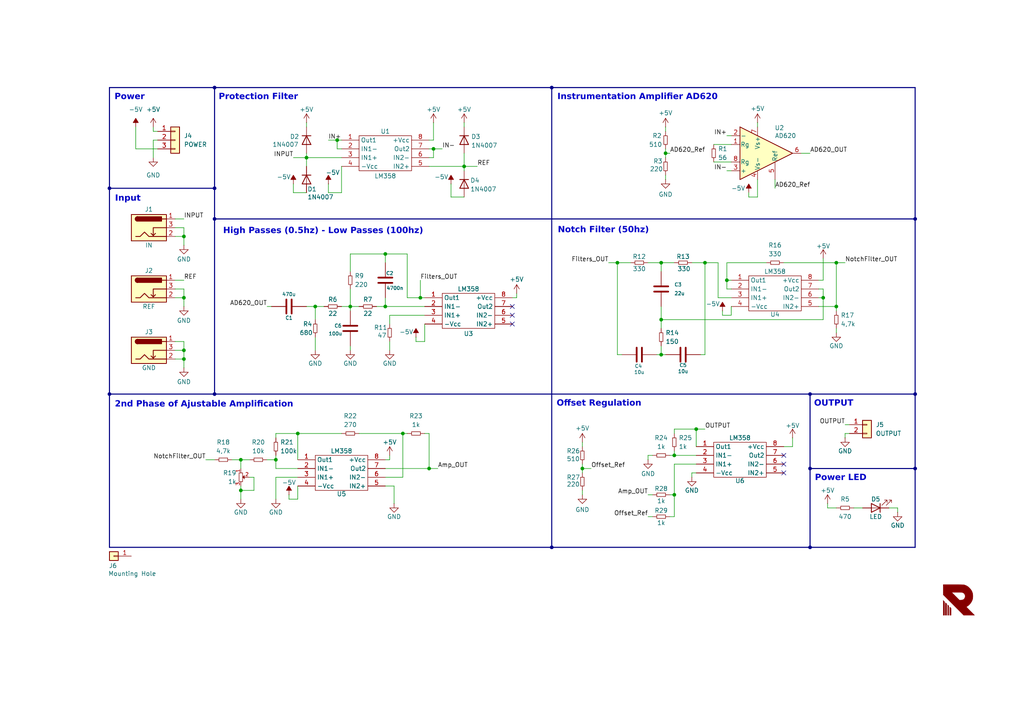
<source format=kicad_sch>
(kicad_sch (version 20231120) (generator "eeschema") (generator_version "8.0")
  (paper "A4")
  (title_block (title "Amplificador Electroencefalograma") (date "07-06-2025") (rev "v3.0") (company "E.E.S.T. N°5 \"2 de Abril\" Temperley") (comment 1 "Autor: Iván Romano") (comment 2 "Curso: 7mo 6ta") (comment 3 "Grupo: 2"))
  (lib_symbols
    (symbol "Amplifier_Instrumentation:AD620" (pin_names (offset 0.127))
      (property "Reference" "U" (at 3.81 7.62 0))
      (property "Value" "AD620" (at 5.08 5.08 0))
      (symbol "AD620_0_1"
        (polyline (pts (xy -7.62 7.62) (xy -7.62 -7.62) (xy 7.62 0) (xy -7.62 7.62)) (stroke (width 0.254)) (fill (type background)))
      )
      (symbol "AD620_1_1"
        (pin passive line (at -10.16 2.54 0) (length 2.54) (name "Rg") (number "1"))
        (pin input line (at -10.16 5.08 0) (length 2.54) (name "-") (number "2"))
        (pin input line (at -10.16 -5.08 0) (length 2.54) (name "+") (number "3"))
        (pin power_in line (at -2.54 -7.62 90) (length 2.54) (name "Vs-") (number "4"))
        (pin passive line (at 2.54 -7.62 90) (length 5.08) (name "Ref") (number "5"))
        (pin output line (at 10.16 0 180) (length 2.54) (name "~") (number "6"))
        (pin power_in line (at -2.54 7.62 270) (length 2.54) (name "Vs+") (number "7"))
        (pin passive line (at -10.16 -2.54 0) (length 2.54) (name "Rg") (number "8"))
      )
    )
    (symbol "Connector:Barrel_Jack_Switch" (pin_names hide)
      (property "Reference" "J" (at 0 5.334 0))
      (property "Value" "Barrel_Jack_Switch" (at 0 -5.08 0))
      (symbol "Barrel_Jack_Switch_0_1"
        (rectangle (start -5.08 3.81) (end 5.08 -3.81) (stroke (width 0.254)) (fill (type background)))
        (arc (start -3.302 3.175) (mid -3.9343 2.54) (end -3.302 1.905) (stroke (width 0.254)))
        (arc (start -3.302 3.175) (mid -3.9343 2.54) (end -3.302 1.905) (stroke (width 0.254)) (fill (type outline)))
        (polyline (pts (xy 1.27 -2.286) (xy 1.905 -1.651)) (stroke (width 0.254)))
        (polyline (pts (xy 5.08 2.54) (xy 3.81 2.54)) (stroke (width 0.254)))
        (polyline (pts (xy 5.08 0) (xy 1.27 0) (xy 1.27 -2.286) (xy 0.635 -1.651)) (stroke (width 0.254)))
        (polyline (pts (xy -3.81 -2.54) (xy -2.54 -2.54) (xy -1.27 -1.27) (xy 0 -2.54) (xy 2.54 -2.54) (xy 5.08 -2.54)) (stroke (width 0.254)))
        (rectangle (start 3.683 3.175) (end -3.302 1.905) (stroke (width 0.254)) (fill (type outline)))
      )
      (symbol "Barrel_Jack_Switch_1_1"
        (pin passive line (at 7.62 2.54 180) (length 2.54) (name "~") (number "1"))
        (pin passive line (at 7.62 -2.54 180) (length 2.54) (name "~") (number "2"))
        (pin passive line (at 7.62 0 180) (length 2.54) (name "~") (number "3"))
      )
    )
    (symbol "Connector_Generic:Conn_01x01" (pin_names (offset 1.016) hide)
      (property "Reference" "J" (at 0 2.54 0))
      (property "Value" "Conn_01x01" (at 0 -2.54 0))
      (symbol "Conn_01x01_1_1"
        (rectangle (start -1.27 0.127) (end 0 -0.127) (stroke (width 0.1524)))
        (rectangle (start -1.27 1.27) (end 1.27 -1.27) (stroke (width 0.254)) (fill (type background)))
        (pin passive line (at -5.08 0 0) (length 3.81) (name "Pin_1") (number "1"))
      )
    )
    (symbol "Connector_Generic:Conn_01x02" (pin_names (offset 1.016) hide)
      (property "Reference" "J" (at 0 2.54 0))
      (property "Value" "Conn_01x02" (at 0 -5.08 0))
      (symbol "Conn_01x02_1_1"
        (rectangle (start -1.27 -2.413) (end 0 -2.667) (stroke (width 0.1524)))
        (rectangle (start -1.27 0.127) (end 0 -0.127) (stroke (width 0.1524)))
        (rectangle (start -1.27 1.27) (end 1.27 -3.81) (stroke (width 0.254)) (fill (type background)))
        (pin passive line (at -5.08 0 0) (length 3.81) (name "Pin_1") (number "1"))
        (pin passive line (at -5.08 -2.54 0) (length 3.81) (name "Pin_2") (number "2"))
      )
    )
    (symbol "Connector_Generic:Conn_01x03" (pin_names (offset 1.016) hide)
      (property "Reference" "J" (at 0 5.08 0))
      (property "Value" "Conn_01x03" (at 0 -5.08 0))
      (symbol "Conn_01x03_1_1"
        (rectangle (start -1.27 -2.413) (end 0 -2.667) (stroke (width 0.1524)))
        (rectangle (start -1.27 0.127) (end 0 -0.127) (stroke (width 0.1524)))
        (rectangle (start -1.27 2.667) (end 0 2.413) (stroke (width 0.1524)))
        (rectangle (start -1.27 3.81) (end 1.27 -3.81) (stroke (width 0.254)) (fill (type background)))
        (pin passive line (at -5.08 2.54 0) (length 3.81) (name "Pin_1") (number "1"))
        (pin passive line (at -5.08 0 0) (length 3.81) (name "Pin_2") (number "2"))
        (pin passive line (at -5.08 -2.54 0) (length 3.81) (name "Pin_3") (number "3"))
      )
    )
    (symbol "Device:D" (pin_numbers hide) (pin_names (offset 1.016) hide)
      (property "Reference" "D" (at 0 2.54 0))
      (property "Value" "D" (at 0 -2.54 0))
      (symbol "D_0_1"
        (polyline (pts (xy -1.27 1.27) (xy -1.27 -1.27)) (stroke (width 0.254)))
        (polyline (pts (xy 1.27 0) (xy -1.27 0)))
        (polyline (pts (xy 1.27 1.27) (xy 1.27 -1.27) (xy -1.27 0) (xy 1.27 1.27)) (stroke (width 0.254)))
      )
      (symbol "D_1_1"
        (pin passive line (at -3.81 0 0) (length 2.54) (name "K") (number "1"))
        (pin passive line (at 3.81 0 180) (length 2.54) (name "A") (number "2"))
      )
    )
    (symbol "Device:LED" (pin_numbers hide) (pin_names (offset 1.016) hide)
      (property "Reference" "D" (at 0 2.54 0))
      (property "Value" "LED" (at 0 -2.54 0))
      (symbol "LED_0_1"
        (polyline (pts (xy -1.27 -1.27) (xy -1.27 1.27)) (stroke (width 0.254)))
        (polyline (pts (xy -1.27 0) (xy 1.27 0)))
        (polyline (pts (xy 1.27 -1.27) (xy 1.27 1.27) (xy -1.27 0) (xy 1.27 -1.27)) (stroke (width 0.254)))
        (polyline (pts (xy -3.048 -0.762) (xy -4.572 -2.286) (xy -3.81 -2.286) (xy -4.572 -2.286) (xy -4.572 -1.524)))
        (polyline (pts (xy -1.778 -0.762) (xy -3.302 -2.286) (xy -2.54 -2.286) (xy -3.302 -2.286) (xy -3.302 -1.524)))
      )
      (symbol "LED_1_1"
        (pin passive line (at -3.81 0 0) (length 2.54) (name "K") (number "1"))
        (pin passive line (at 3.81 0 180) (length 2.54) (name "A") (number "2"))
      )
    )
    (symbol "EESTN5:C" (pin_numbers hide) (pin_names (offset 0.254))
      (property "Reference" "C" (at 0 2.54 0))
      (property "Value" "C" (at 0.1524 -2.159 0))
      (symbol "C_0_1"
        (polyline (pts (xy -2.032 -0.762) (xy 2.032 -0.762)) (stroke (width 0.508)))
        (polyline (pts (xy -2.032 0.762) (xy 2.032 0.762)) (stroke (width 0.508)))
      )
      (symbol "C_1_1"
        (pin passive line (at 0 5.08 270) (length 4.318) (name "~") (number "1"))
        (pin passive line (at 0 -5.08 90) (length 4.318) (name "~") (number "2"))
      )
    )
    (symbol "EESTN5:POT" (pin_names (offset 1.016) hide)
      (property "Reference" "R" (at 0 -1.27 0))
      (property "Value" "POT" (at 0 -3.81 0))
      (symbol "POT_0_0"
        (rectangle (start -1.27 0.508) (end 1.27 -0.508))
      )
      (symbol "POT_0_1"
        (polyline (pts (xy 0 0.508) (xy -0.508 1.016) (xy 0.508 1.016)) (fill (type outline)))
      )
      (symbol "POT_1_1"
        (pin passive line (at -2.54 0 0) (length 1.27) (name "1") (number "1"))
        (pin passive line (at 0 2.54 270) (length 1.524) (name "2") (number "2"))
        (pin passive line (at 2.54 0 180) (length 1.27) (name "3") (number "3"))
      )
    )
    (symbol "EESTN5:R" (pin_numbers hide) (pin_names (offset 0))
      (property "Reference" "R" (at -1.27 0 90))
      (property "Value" "R" (at 1.27 0 90))
      (symbol "R_0_1"
        (rectangle (start 0.508 1.27) (end -0.508 -1.27))
      )
      (symbol "R_1_1"
        (pin passive line (at 0 2.54 270) (length 1.27) (name "~") (number "1"))
        (pin passive line (at 0 -2.54 90) (length 1.27) (name "~") (number "2"))
      )
    )
    (symbol "Logo_Romano:LM385"
      (property "Reference" "U" (at 0 6.35 0))
      (symbol "LM385_0_1"
        (rectangle (start -7.62 5.08) (end 7.62 -5.08))
      )
      (symbol "LM385_1_1"
        (pin passive line (at -12.7 3.81 0) (length 5.08) (name "Out1") (number "1"))
        (pin passive line (at -12.7 1.27 0) (length 5.08) (name "IN1-") (number "2"))
        (pin passive line (at -12.7 -1.27 0) (length 5.08) (name "IN1+") (number "3"))
        (pin passive line (at -12.7 -3.81 0) (length 5.08) (name "-Vcc") (number "4"))
        (pin passive line (at 12.7 -3.81 180) (length 5.08) (name "IN2+") (number "5"))
        (pin passive line (at 12.7 -1.27 180) (length 5.08) (name "IN2-") (number "6"))
        (pin passive line (at 12.7 1.27 180) (length 5.08) (name "Out2") (number "7"))
        (pin passive line (at 12.7 3.81 180) (length 5.08) (name "+Vcc") (number "8"))
      )
    )
    (symbol "Logo_Romano:LOGO" (pin_names (offset 1.016))
      (symbol "LOGO_0_0"
        (polyline (pts (xy -4.1685 -2.5003) (xy -4.1685 -0.5542) (xy -4.3615 -0.3466) (xy -4.5545 -0.139) (xy -4.556 -2.2927) (xy -4.5575 -4.4464) (xy -4.363 -4.4464) (xy -4.1685 -4.4464) (xy -4.1685 -2.5003)) (stroke (width 0.01)) (fill (type outline)))
        (polyline (pts (xy -2.9457 -3.0951) (xy -2.9457 -1.7438) (xy -3.1125 -1.5841) (xy -3.2792 -1.4243) (xy -3.2792 -2.9354) (xy -3.2792 -4.4464) (xy -3.1125 -4.4464) (xy -2.9457 -4.4464) (xy -2.9457 -3.0951)) (stroke (width 0.01)) (fill (type outline)))
        (polyline (pts (xy -2.2788 -3.4351) (xy -2.2788 -2.4238) (xy -2.4281 -2.2679) (xy -2.4559 -2.2397) (xy -2.5585 -2.1487) (xy -2.6226 -2.1121) (xy -2.6271 -2.1178) (xy -2.6401 -2.2033) (xy -2.6513 -2.3784) (xy -2.6601 -2.6269) (xy -2.6658 -2.9326) (xy -2.6678 -3.2792) (xy -2.6678 -4.4464) (xy -2.4733 -4.4464) (xy -2.2788 -4.4464) (xy -2.2788 -3.4351)) (stroke (width 0.01)) (fill (type outline)))
        (polyline (pts (xy -3.5571 -2.7894) (xy -3.5571 -1.1324) (xy -3.713 -0.9831) (xy -3.7423 -0.9556) (xy -3.8462 -0.8688) (xy -3.9075 -0.8337) (xy -3.9134 -0.8548) (xy -3.9222 -0.971) (xy -3.9301 -1.1771) (xy -3.9367 -1.4601) (xy -3.9418 -1.807) (xy -3.945 -2.2046) (xy -3.9462 -2.6401) (xy -3.9462 -4.4464) (xy -3.7516 -4.4464) (xy -3.5571 -4.4464) (xy -3.5571 -2.7894)) (stroke (width 0.01)) (fill (type outline)))
        (polyline (pts (xy 3.3482 -3.2649) (xy 3.2393 -3.1557) (xy 2.952 -2.8664) (xy 2.6953 -2.6059) (xy 2.4789 -2.384) (xy 2.3124 -2.2108) (xy 2.2054 -2.0962) (xy 2.1676 -2.05) (xy 2.1677 -2.0493) (xy 2.2143 -2.0041) (xy 2.3311 -1.9203) (xy 2.4936 -1.8155) (xy 2.8231 -1.5742) (xy 3.2013 -1.1988) (xy 3.5323 -0.7604) (xy 3.7969 -0.2856) (xy 3.9758 0.1996) (xy 4.027 0.4687) (xy 4.0577 0.8372) (xy 4.0593 1.2303) (xy 4.0317 1.6044) (xy 3.975 1.9156) (xy 3.8444 2.3152) (xy 3.6547 2.7049) (xy 3.3987 3.0721) (xy 3.0577 3.4483) (xy 2.9277 3.576) (xy 2.6714 3.8053) (xy 2.4407 3.9739) (xy 2.2087 4.1022) (xy 2.2002 4.1062) (xy 2.0464 4.1787) (xy 1.9068 4.2401) (xy 1.771 4.2913) (xy 1.6284 4.3333) (xy 1.4687 4.3669) (xy 1.2815 4.3931) (xy 1.0562 4.4128) (xy 0.7825 4.4269) (xy 0.4498 4.4364) (xy 0.0478 4.4421) (xy -0.4341 4.4451) (xy -1.0062 4.4462) (xy -1.6791 4.4464) (xy -4.5575 4.4464) (xy -4.5573 2.9596) (xy -4.5572 2.1676) (xy -2.0832 2.1676) (xy -0.5501 2.1676) (xy -0.1507 2.1674) (xy 0.2179 2.1661) (xy 0.5019 2.1626) (xy 0.7156 2.1559) (xy 0.8733 2.145) (xy 0.9891 2.1288) (xy 1.0773 2.1063) (xy 1.1522 2.0764) (xy 1.2279 2.0382) (xy 1.2801 2.0088) (xy 1.5288 1.8016) (xy 1.6978 1.5397) (xy 1.7863 1.2437) (xy 1.7931 0.9339) (xy 1.7175 0.6307) (xy 1.5585 0.3545) (xy 1.3151 0.1258) (xy 1.2908 0.1092) (xy 1.1667 0.0369) (xy 1.0362 -0.0072) (xy 0.8643 -0.0317) (xy 0.6163 -0.0452) (xy 0.139 -0.0626) (xy -0.9721 1.0525) (xy -2.0832 2.1676) (xy -4.5572 2.1676) (xy -4.5571 1.4728) (xy -1.5995 -1.4868) (xy 1.358 -4.4464) (xy 2.9434 -4.4464) (xy 4.5288 -4.4464) (xy 3.3482 -3.2649)) (stroke (width 0.01)) (fill (type outline)))
      )
    )
    (symbol "power:+5V" (power) (pin_numbers hide) (pin_names (offset 0) hide)
      (property "Value" "+5V" (at 0 3.556 0))
      (symbol "+5V_0_1"
        (polyline (pts (xy -0.762 1.27) (xy 0 2.54)))
        (polyline (pts (xy 0 0) (xy 0 2.54)))
        (polyline (pts (xy 0 2.54) (xy 0.762 1.27)))
      )
      (symbol "+5V_1_1"
        (pin power_in line (at 0 0 90) (length 0) (name "~") (number "1"))
      )
    )
    (symbol "power:-5V" (power) (pin_numbers hide) (pin_names (offset 0) hide)
      (property "Value" "-5V" (at 0 3.556 0))
      (symbol "-5V_0_0"
        (pin power_in line (at 0 0 90) (length 0) (name "~") (number "1"))
      )
      (symbol "-5V_0_1"
        (polyline (pts (xy 0 0) (xy 0 1.27) (xy 0.762 1.27) (xy 0 2.54) (xy -0.762 1.27) (xy 0 1.27)) (fill (type outline)))
      )
    )
    (symbol "power:GND" (power) (pin_numbers hide) (pin_names (offset 0) hide)
      (property "Value" "GND" (at 0 -3.81 0))
      (symbol "GND_0_1"
        (polyline (pts (xy 0 0) (xy 0 -1.27) (xy 1.27 -1.27) (xy 0 -2.54) (xy -1.27 -1.27) (xy 0 -1.27)))
      )
      (symbol "GND_1_1"
        (pin power_in line (at 0 0 270) (length 0) (name "~") (number "1"))
      )
    )
  )
  (junction (at 111.76 88.9))
  (junction (at 53.34 86.36))
  (junction (at 116.84 125.73))
  (junction (at 62.23 25.4))
  (junction (at 204.47 76.2))
  (junction (at 238.76 86.36))
  (junction (at 53.34 101.6))
  (junction (at 97.79 40.64))
  (junction (at 160.02 158.75))
  (junction (at 124.46 135.89))
  (junction (at 195.58 143.51))
  (junction (at 160.02 25.4))
  (junction (at 191.77 92.71))
  (junction (at 91.44 88.9))
  (junction (at 191.77 102.87))
  (junction (at 53.34 68.58))
  (junction (at 195.58 132.08))
  (junction (at 69.85 142.24))
  (junction (at 53.34 104.14))
  (junction (at 234.95 135.89))
  (junction (at 80.01 133.35))
  (junction (at 191.77 76.2))
  (junction (at 31.75 114.3))
  (junction (at 31.75 54.61))
  (junction (at 193.04 44.45))
  (junction (at 86.36 125.73))
  (junction (at 265.43 135.89))
  (junction (at 168.91 135.89))
  (junction (at 134.62 48.26))
  (junction (at 242.57 76.2))
  (junction (at 121.92 86.36))
  (junction (at 265.43 63.5))
  (junction (at 210.82 81.28))
  (junction (at 234.95 158.75))
  (junction (at 88.9 45.72))
  (junction (at 111.76 73.66))
  (junction (at 265.43 114.3))
  (junction (at 62.23 63.5))
  (junction (at 234.95 114.3))
  (junction (at 69.85 133.35))
  (junction (at 179.07 76.2))
  (junction (at 101.6 88.9))
  (junction (at 242.57 88.9))
  (junction (at 62.23 54.61))
  (junction (at 201.93 124.46))
  (junction (at 125.73 43.18))
  (junction (at 62.23 114.3))
  (no_connect (at 227.33 132.08))
  (no_connect (at 148.59 88.9))
  (no_connect (at 227.33 137.16))
  (no_connect (at 148.59 93.98))
  (no_connect (at 227.33 134.62))
  (no_connect (at 148.59 91.44))
  (wire (pts (xy 101.6 83.82) (xy 101.6 88.9)))
  (wire (pts (xy 80.01 127) (xy 80.01 125.73)))
  (wire (pts (xy 116.84 125.73) (xy 118.11 125.73)))
  (wire (pts (xy 114.3 140.97) (xy 111.76 140.97)))
  (wire (pts (xy 69.85 133.35) (xy 72.39 133.35)))
  (wire (pts (xy 101.6 100.33) (xy 101.6 101.6)))
  (wire (pts (xy 120.65 99.06) (xy 123.19 99.06)))
  (wire (pts (xy 124.46 45.72) (xy 125.73 45.72)))
  (wire (pts (xy 53.34 101.6) (xy 53.34 99.06)))
  (wire (pts (xy 176.53 76.2) (xy 179.07 76.2)))
  (wire (pts (xy 80.01 144.78) (xy 80.01 138.43)))
  (wire (pts (xy 53.34 83.82) (xy 50.8 83.82)))
  (wire (pts (xy 114.3 146.05) (xy 114.3 140.97)))
  (wire (pts (xy 53.34 99.06) (xy 50.8 99.06)))
  (wire (pts (xy 124.46 40.64) (xy 125.73 40.64)))
  (wire (pts (xy 50.8 63.5) (xy 53.34 63.5)))
  (wire (pts (xy 245.11 123.19) (xy 246.38 123.19)))
  (wire (pts (xy 85.09 45.72) (xy 88.9 45.72)))
  (wire (pts (xy 191.77 76.2) (xy 195.58 76.2)))
  (wire (pts (xy 180.34 102.87) (xy 179.07 102.87)))
  (wire (pts (xy 95.25 53.34) (xy 95.25 55.88)))
  (bus (pts (xy 31.75 158.75) (xy 160.02 158.75)))
  (wire (pts (xy 80.01 138.43) (xy 86.36 138.43)))
  (wire (pts (xy 210.82 81.28) (xy 210.82 76.2)))
  (wire (pts (xy 179.07 76.2) (xy 179.07 102.87)))
  (bus (pts (xy 62.23 25.4) (xy 62.23 54.61)))
  (wire (pts (xy 59.69 133.35) (xy 62.23 133.35)))
  (wire (pts (xy 193.04 36.83) (xy 193.04 38.1)))
  (wire (pts (xy 101.6 73.66) (xy 101.6 78.74)))
  (bus (pts (xy 265.43 158.75) (xy 265.43 135.89)))
  (wire (pts (xy 238.76 74.93) (xy 238.76 81.28)))
  (bus (pts (xy 31.75 114.3) (xy 31.75 158.75)))
  (wire (pts (xy 247.65 147.32) (xy 250.19 147.32)))
  (wire (pts (xy 125.73 45.72) (xy 125.73 43.18)))
  (wire (pts (xy 99.06 88.9) (xy 101.6 88.9)))
  (bus (pts (xy 160.02 25.4) (xy 265.43 25.4)))
  (bus (pts (xy 31.75 54.61) (xy 62.23 54.61)))
  (bus (pts (xy 62.23 63.5) (xy 62.23 114.3)))
  (wire (pts (xy 168.91 128.27) (xy 168.91 129.54)))
  (bus (pts (xy 31.75 25.4) (xy 62.23 25.4)))
  (wire (pts (xy 187.96 76.2) (xy 191.77 76.2)))
  (wire (pts (xy 80.01 132.08) (xy 80.01 133.35)))
  (wire (pts (xy 245.11 127) (xy 245.11 125.73)))
  (wire (pts (xy 77.47 133.35) (xy 80.01 133.35)))
  (bus (pts (xy 265.43 135.89) (xy 265.43 114.3)))
  (wire (pts (xy 168.91 142.24) (xy 168.91 143.51)))
  (wire (pts (xy 86.36 125.73) (xy 99.06 125.73)))
  (wire (pts (xy 125.73 40.64) (xy 125.73 35.56)))
  (wire (pts (xy 191.77 88.9) (xy 191.77 92.71)))
  (wire (pts (xy 50.8 104.14) (xy 53.34 104.14)))
  (bus (pts (xy 265.43 63.5) (xy 265.43 25.4)))
  (wire (pts (xy 67.31 133.35) (xy 69.85 133.35)))
  (wire (pts (xy 118.11 86.36) (xy 121.92 86.36)))
  (wire (pts (xy 210.82 83.82) (xy 210.82 81.28)))
  (wire (pts (xy 232.41 44.45) (xy 234.95 44.45)))
  (wire (pts (xy 189.23 132.08) (xy 187.96 132.08)))
  (wire (pts (xy 229.87 129.54) (xy 227.33 129.54)))
  (wire (pts (xy 111.76 73.66) (xy 118.11 73.66)))
  (wire (pts (xy 44.45 36.83) (xy 44.45 38.1)))
  (wire (pts (xy 210.82 76.2) (xy 222.25 76.2)))
  (wire (pts (xy 124.46 135.89) (xy 127 135.89)))
  (wire (pts (xy 210.82 39.37) (xy 212.09 39.37)))
  (wire (pts (xy 123.19 125.73) (xy 124.46 125.73)))
  (wire (pts (xy 242.57 88.9) (xy 242.57 90.17)))
  (wire (pts (xy 210.82 81.28) (xy 212.09 81.28)))
  (wire (pts (xy 134.62 44.45) (xy 134.62 48.26)))
  (wire (pts (xy 124.46 125.73) (xy 124.46 135.89)))
  (wire (pts (xy 50.8 101.6) (xy 53.34 101.6)))
  (wire (pts (xy 91.44 88.9) (xy 91.44 92.71)))
  (wire (pts (xy 44.45 40.64) (xy 45.72 40.64)))
  (wire (pts (xy 201.93 124.46) (xy 201.93 129.54)))
  (wire (pts (xy 121.92 86.36) (xy 123.19 86.36)))
  (wire (pts (xy 101.6 73.66) (xy 111.76 73.66)))
  (wire (pts (xy 134.62 48.26) (xy 138.43 48.26)))
  (wire (pts (xy 130.81 57.15) (xy 134.62 57.15)))
  (wire (pts (xy 80.01 133.35) (xy 80.01 135.89)))
  (wire (pts (xy 86.36 144.78) (xy 86.36 140.97)))
  (wire (pts (xy 237.49 86.36) (xy 238.76 86.36)))
  (wire (pts (xy 149.86 86.36) (xy 148.59 86.36)))
  (wire (pts (xy 53.34 106.68) (xy 53.34 104.14)))
  (wire (pts (xy 53.34 104.14) (xy 53.34 101.6)))
  (wire (pts (xy 130.81 53.34) (xy 130.81 57.15)))
  (wire (pts (xy 95.25 40.64) (xy 97.79 40.64)))
  (wire (pts (xy 194.31 132.08) (xy 195.58 132.08)))
  (wire (pts (xy 53.34 66.04) (xy 50.8 66.04)))
  (wire (pts (xy 53.34 88.9) (xy 53.34 86.36)))
  (wire (pts (xy 242.57 95.25) (xy 242.57 96.52)))
  (wire (pts (xy 195.58 125.73) (xy 195.58 124.46)))
  (wire (pts (xy 88.9 44.45) (xy 88.9 45.72)))
  (wire (pts (xy 190.5 102.87) (xy 191.77 102.87)))
  (bus (pts (xy 62.23 54.61) (xy 62.23 63.5)))
  (wire (pts (xy 91.44 88.9) (xy 93.98 88.9)))
  (wire (pts (xy 200.66 76.2) (xy 204.47 76.2)))
  (wire (pts (xy 193.04 50.8) (xy 193.04 52.07)))
  (wire (pts (xy 111.76 86.36) (xy 111.76 88.9)))
  (wire (pts (xy 242.57 76.2) (xy 242.57 88.9)))
  (wire (pts (xy 217.17 55.88) (xy 217.17 57.15)))
  (wire (pts (xy 116.84 125.73) (xy 116.84 138.43)))
  (wire (pts (xy 240.03 147.32) (xy 242.57 147.32)))
  (wire (pts (xy 39.37 36.83) (xy 39.37 43.18)))
  (bus (pts (xy 160.02 25.4) (xy 160.02 158.75)))
  (wire (pts (xy 97.79 43.18) (xy 97.79 40.64)))
  (bus (pts (xy 160.02 158.75) (xy 234.95 158.75)))
  (wire (pts (xy 111.76 73.66) (xy 111.76 76.2)))
  (wire (pts (xy 212.09 83.82) (xy 210.82 83.82)))
  (wire (pts (xy 88.9 88.9) (xy 91.44 88.9)))
  (wire (pts (xy 83.82 144.78) (xy 86.36 144.78)))
  (wire (pts (xy 123.19 99.06) (xy 123.19 93.98)))
  (bus (pts (xy 234.95 135.89) (xy 234.95 158.75)))
  (wire (pts (xy 191.77 100.33) (xy 191.77 102.87)))
  (wire (pts (xy 187.96 143.51) (xy 189.23 143.51)))
  (wire (pts (xy 194.31 143.51) (xy 195.58 143.51)))
  (wire (pts (xy 104.14 88.9) (xy 101.6 88.9)))
  (wire (pts (xy 191.77 92.71) (xy 238.76 92.71)))
  (wire (pts (xy 50.8 86.36) (xy 53.34 86.36)))
  (wire (pts (xy 260.35 147.32) (xy 260.35 148.59)))
  (wire (pts (xy 201.93 124.46) (xy 204.47 124.46)))
  (wire (pts (xy 149.86 85.09) (xy 149.86 86.36)))
  (wire (pts (xy 85.09 55.88) (xy 88.9 55.88)))
  (wire (pts (xy 80.01 135.89) (xy 86.36 135.89)))
  (bus (pts (xy 234.95 114.3) (xy 265.43 114.3)))
  (wire (pts (xy 77.47 88.9) (xy 78.74 88.9)))
  (wire (pts (xy 124.46 135.89) (xy 111.76 135.89)))
  (wire (pts (xy 195.58 134.62) (xy 201.93 134.62)))
  (wire (pts (xy 113.03 133.35) (xy 111.76 133.35)))
  (wire (pts (xy 224.79 52.07) (xy 224.79 54.61)))
  (wire (pts (xy 195.58 143.51) (xy 195.58 134.62)))
  (wire (pts (xy 50.8 68.58) (xy 53.34 68.58)))
  (wire (pts (xy 237.49 88.9) (xy 242.57 88.9)))
  (bus (pts (xy 234.95 135.89) (xy 265.43 135.89)))
  (wire (pts (xy 109.22 88.9) (xy 111.76 88.9)))
  (bus (pts (xy 62.23 25.4) (xy 160.02 25.4)))
  (wire (pts (xy 95.25 55.88) (xy 99.06 55.88)))
  (bus (pts (xy 234.95 114.3) (xy 234.95 135.89)))
  (bus (pts (xy 234.95 158.75) (xy 265.43 158.75)))
  (bus (pts (xy 31.75 25.4) (xy 31.75 54.61)))
  (bus (pts (xy 62.23 114.3) (xy 234.95 114.3)))
  (wire (pts (xy 245.11 125.73) (xy 246.38 125.73)))
  (wire (pts (xy 73.66 142.24) (xy 69.85 142.24)))
  (wire (pts (xy 39.37 43.18) (xy 45.72 43.18)))
  (wire (pts (xy 113.03 91.44) (xy 123.19 91.44)))
  (wire (pts (xy 50.8 81.28) (xy 53.34 81.28)))
  (wire (pts (xy 191.77 102.87) (xy 193.04 102.87)))
  (wire (pts (xy 168.91 134.62) (xy 168.91 135.89)))
  (wire (pts (xy 99.06 43.18) (xy 97.79 43.18)))
  (wire (pts (xy 193.04 44.45) (xy 193.04 45.72)))
  (wire (pts (xy 240.03 146.05) (xy 240.03 147.32)))
  (wire (pts (xy 73.66 138.43) (xy 73.66 142.24)))
  (wire (pts (xy 204.47 76.2) (xy 204.47 102.87)))
  (wire (pts (xy 124.46 48.26) (xy 134.62 48.26)))
  (wire (pts (xy 212.09 91.44) (xy 212.09 88.9)))
  (wire (pts (xy 209.55 91.44) (xy 212.09 91.44)))
  (wire (pts (xy 88.9 45.72) (xy 88.9 48.26)))
  (bus (pts (xy 31.75 54.61) (xy 31.75 114.3)))
  (wire (pts (xy 219.71 57.15) (xy 219.71 52.07)))
  (bus (pts (xy 265.43 114.3) (xy 265.43 63.5)))
  (wire (pts (xy 44.45 45.72) (xy 44.45 40.64)))
  (wire (pts (xy 120.65 97.79) (xy 120.65 99.06)))
  (wire (pts (xy 237.49 83.82) (xy 238.76 83.82)))
  (wire (pts (xy 124.46 43.18) (xy 125.73 43.18)))
  (wire (pts (xy 113.03 99.06) (xy 113.03 101.6)))
  (wire (pts (xy 101.6 88.9) (xy 101.6 90.17)))
  (wire (pts (xy 191.77 76.2) (xy 191.77 78.74)))
  (wire (pts (xy 191.77 95.25) (xy 191.77 92.71)))
  (wire (pts (xy 69.85 140.97) (xy 69.85 142.24)))
  (wire (pts (xy 193.04 43.18) (xy 193.04 44.45)))
  (wire (pts (xy 104.14 125.73) (xy 116.84 125.73)))
  (wire (pts (xy 194.31 149.86) (xy 195.58 149.86)))
  (wire (pts (xy 210.82 49.53) (xy 212.09 49.53)))
  (wire (pts (xy 168.91 135.89) (xy 168.91 137.16)))
  (wire (pts (xy 217.17 57.15) (xy 219.71 57.15)))
  (wire (pts (xy 227.33 76.2) (xy 242.57 76.2)))
  (wire (pts (xy 195.58 132.08) (xy 201.93 132.08)))
  (wire (pts (xy 121.92 81.28) (xy 121.92 86.36)))
  (bus (pts (xy 31.75 114.3) (xy 62.23 114.3)))
  (wire (pts (xy 168.91 135.89) (xy 171.45 135.89)))
  (wire (pts (xy 193.04 44.45) (xy 194.31 44.45)))
  (wire (pts (xy 91.44 97.79) (xy 91.44 101.6)))
  (wire (pts (xy 203.2 102.87) (xy 204.47 102.87)))
  (wire (pts (xy 229.87 127) (xy 229.87 129.54)))
  (wire (pts (xy 187.96 149.86) (xy 189.23 149.86)))
  (wire (pts (xy 111.76 88.9) (xy 123.19 88.9)))
  (wire (pts (xy 238.76 92.71) (xy 238.76 86.36)))
  (wire (pts (xy 195.58 130.81) (xy 195.58 132.08)))
  (wire (pts (xy 86.36 125.73) (xy 86.36 133.35)))
  (wire (pts (xy 113.03 93.98) (xy 113.03 91.44)))
  (wire (pts (xy 118.11 73.66) (xy 118.11 86.36)))
  (wire (pts (xy 187.96 132.08) (xy 187.96 133.35)))
  (wire (pts (xy 88.9 45.72) (xy 99.06 45.72)))
  (wire (pts (xy 195.58 143.51) (xy 195.58 149.86)))
  (wire (pts (xy 257.81 147.32) (xy 260.35 147.32)))
  (wire (pts (xy 83.82 143.51) (xy 83.82 144.78)))
  (wire (pts (xy 219.71 35.56) (xy 219.71 36.83)))
  (wire (pts (xy 179.07 76.2) (xy 182.88 76.2)))
  (wire (pts (xy 99.06 55.88) (xy 99.06 48.26)))
  (wire (pts (xy 88.9 35.56) (xy 88.9 36.83)))
  (wire (pts (xy 207.01 41.91) (xy 212.09 41.91)))
  (wire (pts (xy 209.55 90.17) (xy 209.55 91.44)))
  (wire (pts (xy 195.58 124.46) (xy 201.93 124.46)))
  (wire (pts (xy 80.01 125.73) (xy 86.36 125.73)))
  (wire (pts (xy 53.34 71.12) (xy 53.34 68.58)))
  (wire (pts (xy 208.28 86.36) (xy 212.09 86.36)))
  (wire (pts (xy 113.03 132.08) (xy 113.03 133.35)))
  (wire (pts (xy 53.34 68.58) (xy 53.34 66.04)))
  (wire (pts (xy 134.62 48.26) (xy 134.62 49.53)))
  (wire (pts (xy 85.09 53.34) (xy 85.09 55.88)))
  (wire (pts (xy 204.47 76.2) (xy 208.28 76.2)))
  (wire (pts (xy 207.01 46.99) (xy 212.09 46.99)))
  (wire (pts (xy 208.28 76.2) (xy 208.28 86.36)))
  (wire (pts (xy 238.76 81.28) (xy 237.49 81.28)))
  (wire (pts (xy 69.85 142.24) (xy 69.85 144.78)))
  (wire (pts (xy 242.57 76.2) (xy 245.11 76.2)))
  (wire (pts (xy 200.66 137.16) (xy 201.93 137.16)))
  (wire (pts (xy 69.85 133.35) (xy 69.85 135.89)))
  (wire (pts (xy 238.76 86.36) (xy 238.76 83.82)))
  (wire (pts (xy 116.84 138.43) (xy 111.76 138.43)))
  (wire (pts (xy 200.66 138.43) (xy 200.66 137.16)))
  (wire (pts (xy 134.62 35.56) (xy 134.62 36.83)))
  (bus (pts (xy 62.23 63.5) (xy 265.43 63.5)))
  (wire (pts (xy 125.73 43.18) (xy 128.27 43.18)))
  (wire (pts (xy 44.45 38.1) (xy 45.72 38.1)))
  (wire (pts (xy 72.39 138.43) (xy 73.66 138.43)))
  (wire (pts (xy 97.79 40.64) (xy 99.06 40.64)))
  (wire (pts (xy 53.34 86.36) (xy 53.34 83.82)))
  (text "Offset Regulation" (at 173.736 117.602 0) (effects (font (size 1.778 1.778) (thickness 0.254) (bold yes))))
  (text "OUTPUT" (at 241.808 117.602 0) (effects (font (size 1.778 1.778) (thickness 0.254) (bold yes))))
  (text "2nd Phase of Ajustable Amplification" (at 59.182 117.856 0) (effects (font (size 1.778 1.778) (thickness 0.254) (bold yes))))
  (text "Power LED" (at 243.84 139.192 0) (effects (font (size 1.778 1.778) (bold yes))))
  (text "High Passes (0.5hz) - Low Passes (100hz)" (at 93.726 67.564 0) (effects (font (size 1.778 1.778) (thickness 0.254) (bold yes))))
  (text "Instrumentation Amplifier AD620\n" (at 184.912 28.702 0) (effects (font (size 1.778 1.778) (thickness 0.254) (bold yes))))
  (text "Protection Filter" (at 74.93 28.702 0) (effects (font (size 1.778 1.778) (bold yes))))
  (text "Power" (at 37.592 28.702 0) (effects (font (size 1.778 1.778) (bold yes))))
  (text "Notch Filter (50hz)" (at 175.006 67.31 0) (effects (font (size 1.778 1.778) (thickness 0.254) (bold yes))))
  (text "Input" (at 37.084 58.166 0) (effects (font (size 1.778 1.778) (bold yes))))
  (label "Filters_OUT" (at 176.53 76.2 180))
  (label "IN+" (at 95.25 40.64 0))
  (label "NotchFilter_OUT" (at 245.11 76.2 0))
  (label "OUTPUT" (at 245.11 123.19 180))
  (label "IN+" (at 210.82 39.37 180))
  (label "NotchFilter_OUT" (at 59.69 133.35 180))
  (label "INPUT" (at 85.09 45.72 180))
  (label "IN-" (at 128.27 43.18 0))
  (label "Filters_OUT" (at 121.92 81.28 0))
  (label "AD620_OUT" (at 77.47 88.9 180))
  (label "Offset_Ref" (at 171.45 135.89 0))
  (label "REF" (at 53.34 81.28 0))
  (label "Offset_Ref" (at 187.96 149.86 180))
  (label "Amp_OUT" (at 127 135.89 0))
  (label "REF" (at 138.43 48.26 0))
  (label "Amp_OUT" (at 187.96 143.51 180))
  (label "IN-" (at 210.82 49.53 180))
  (label "AD620_OUT" (at 234.95 44.45 0))
  (label "INPUT" (at 53.34 63.5 0))
  (label "OUTPUT" (at 204.47 124.46 0))
  (label "AD620_Ref" (at 194.31 44.45 0))
  (label "AD620_Ref" (at 224.79 54.61 0))
  (symbol (lib_id "Device:D") (at 88.9 52.07 270) (unit 1)
    (property "Reference" "D1" (at 89.154 54.864 90) (effects (justify left)))
    (property "Value" "1N4007" (at 89.154 57.15 90) (effects (justify left)))
    (property "Footprint" "EESTN5:DO-41" (effects (hide yes)))
    (property "Description" "Diode" (effects (hide yes)))
    (property "Sim.Device" "D" (effects (hide yes)))
    (property "Sim.Pins" "1=K 2=A" (effects (hide yes)))
  )
  (symbol (lib_id "power:+5V") (at 219.71 35.56 0) (unit 1)
    (property "Reference" "#PWR013" (effects (hide yes)))
    (property "Value" "+5V" (at 219.71 31.496 0))
    (property "Description" "Power symbol creates a global label with name \"+5V\"" (effects (hide yes)))
  )
  (symbol (lib_id "Logo_Romano:LM385") (at 111.76 44.45 0) (unit 1)
    (property "Reference" "U1" (at 111.76 38.1 0))
    (property "Value" "LM358" (at 111.76 51.054 0))
    (property "Footprint" "EESTN5:SSOP-8" (effects (hide yes)))
  )
  (symbol (lib_id "power:+5V") (at 134.62 35.56 0) (unit 1)
    (property "Reference" "#PWR010" (effects (hide yes)))
    (property "Value" "+5V" (at 134.62 31.75 0))
    (property "Description" "Power symbol creates a global label with name \"+5V\"" (effects (hide yes)))
  )
  (symbol (lib_id "EESTN5:R") (at 193.04 40.64 0) (unit 1)
    (property "Reference" "R2" (at 189.23 39.37 0) (effects (justify left)))
    (property "Value" "510" (at 188.214 41.91 0) (effects (justify left)))
    (property "Footprint" "EESTN5:RES0.3" (effects (hide yes)))
    (property "Description" "Resistor" (effects (hide yes)))
  )
  (symbol (lib_id "EESTN5:R") (at 191.77 143.51 90) (unit 1)
    (property "Reference" "R28" (at 191.77 141.732 90))
    (property "Value" "1k" (at 191.77 145.288 90))
    (property "Footprint" "EESTN5:R_0805" (effects (hide yes)))
    (property "Description" "Resistor" (effects (hide yes)))
  )
  (symbol (lib_id "power:-5V") (at 39.37 36.83 0) (unit 1)
    (property "Reference" "#PWR05" (effects (hide yes)))
    (property "Value" "-5V" (at 39.37 31.75 0))
    (property "Description" "Power symbol creates a global label with name \"-5V\"" (effects (hide yes)))
  )
  (symbol (lib_id "power:GND") (at 113.03 101.6 0) (unit 1)
    (property "Reference" "#PWR020" (effects (hide yes)))
    (property "Value" "GND" (at 113.03 105.41 0))
    (property "Description" "Power symbol creates a global label with name \"GND\" , ground" (effects (hide yes)))
  )
  (symbol (lib_id "EESTN5:R") (at 224.79 76.2 90) (unit 1)
    (property "Reference" "R16" (at 224.79 71.12 90))
    (property "Value" "330" (at 224.79 73.66 90))
    (property "Footprint" "EESTN5:R_0805" (effects (hide yes)))
    (property "Description" "Resistor" (effects (hide yes)))
  )
  (symbol (lib_id "Connector_Generic:Conn_01x03") (at 50.8 40.64 0) (unit 1)
    (property "Reference" "J4" (at 53.34 39.3699 0) (effects (justify left)))
    (property "Value" "POWER" (at 53.34 41.9099 0) (effects (justify left)))
    (property "Footprint" "Connector_Molex:Molex_KK-254_AE-6410-03A_1x03_P2.54mm_Vertical" (effects (hide yes)))
    (property "Description" "Generic connector, single row, 01x03, script generated (kicad-library-utils/schlib/autogen/connector/)" (effects (hide yes)))
  )
  (symbol (lib_id "Device:LED") (at 254 147.32 180) (unit 1)
    (property "Reference" "D5" (at 254 144.78 0))
    (property "Value" "LED" (at 254 149.86 0))
    (property "Footprint" "EESTN5:Led_0805" (effects (hide yes)))
    (property "Description" "Light emitting diode" (effects (hide yes)))
  )
  (symbol (lib_id "EESTN5:C") (at 101.6 95.25 0) (unit 1)
    (property "Reference" "C6" (at 98.044 94.488 0) (effects (font (size 1.016 1.016))))
    (property "Value" "100u" (at 97.282 96.774 0) (effects (font (size 1.016 1.016))))
    (property "Footprint" "EESTN5:C_0805" (effects (hide yes)))
  )
  (symbol (lib_id "power:GND") (at 53.34 106.68 0) (unit 1)
    (property "Reference" "#PWR01" (effects (hide yes)))
    (property "Value" "GND" (at 53.34 110.744 0))
    (property "Description" "Power symbol creates a global label with name \"GND\" , ground" (effects (hide yes)))
  )
  (symbol (lib_id "EESTN5:R") (at 113.03 96.52 180) (unit 1)
    (property "Reference" "R11" (at 108.458 94.996 0) (effects (justify right)))
    (property "Value" "47" (at 109.474 97.282 0) (effects (justify right)))
    (property "Footprint" "EESTN5:R_0805" (effects (hide yes)))
    (property "Description" "Resistor" (effects (hide yes)))
  )
  (symbol (lib_id "power:GND") (at 200.66 138.43 0) (unit 1)
    (property "Reference" "#PWR032" (effects (hide yes)))
    (property "Value" "GND" (at 200.66 142.24 0))
    (property "Description" "Power symbol creates a global label with name \"GND\" , ground" (effects (hide yes)))
  )
  (symbol (lib_id "EESTN5:R") (at 191.77 132.08 90) (unit 1)
    (property "Reference" "R24" (at 191.77 127 90))
    (property "Value" "1k" (at 191.77 129.54 90))
    (property "Footprint" "EESTN5:R_0805" (effects (hide yes)))
    (property "Description" "Resistor" (effects (hide yes)))
  )
  (symbol (lib_id "EESTN5:R") (at 96.52 88.9 90) (unit 1)
    (property "Reference" "R6" (at 96.52 86.868 90))
    (property "Value" "22" (at 96.52 90.932 90))
    (property "Footprint" "EESTN5:R_0805" (effects (hide yes)))
    (property "Description" "Resistor" (effects (hide yes)))
  )
  (symbol (lib_id "EESTN5:R") (at 64.77 133.35 90) (unit 1)
    (property "Reference" "R18" (at 64.77 128.27 90))
    (property "Value" "4,7k" (at 64.77 130.81 90))
    (property "Footprint" "EESTN5:R_0805" (effects (hide yes)))
    (property "Description" "Resistor" (effects (hide yes)))
  )
  (symbol (lib_id "EESTN5:R") (at 168.91 139.7 0) (unit 1)
    (property "Reference" "R27" (at 164.338 138.43 0) (effects (justify left)))
    (property "Value" "220" (at 164.338 140.462 0) (effects (justify left)))
    (property "Footprint" "EESTN5:R_0805" (effects (hide yes)))
    (property "Description" "Resistor" (effects (hide yes)))
  )
  (symbol (lib_id "EESTN5:R") (at 191.77 97.79 0) (unit 1)
    (property "Reference" "R14" (at 193.04 96.5199 0) (effects (justify left)))
    (property "Value" "150" (at 193.04 99.0599 0) (effects (justify left)))
    (property "Footprint" "EESTN5:R_0805" (effects (hide yes)))
    (property "Description" "Resistor" (effects (hide yes)))
  )
  (symbol (lib_id "Connector:Barrel_Jack_Switch") (at 43.18 101.6 0) (unit 1)
    (property "Reference" "J3" (at 43.18 96.266 0))
    (property "Value" "GND" (at 43.18 106.68 0))
    (property "Footprint" "Connector_BarrelJack:BarrelJack_Horizontal" (effects (hide yes)))
    (property "Description" "DC Barrel Jack with an internal switch" (effects (hide yes)))
  )
  (symbol (lib_id "Device:D") (at 134.62 40.64 270) (unit 1)
    (property "Reference" "D3" (at 136.652 39.624 90) (effects (justify left)))
    (property "Value" "1N4007" (at 136.652 42.164 90) (effects (justify left)))
    (property "Footprint" "EESTN5:DO-41" (effects (hide yes)))
    (property "Description" "Diode" (effects (hide yes)))
    (property "Sim.Device" "D" (effects (hide yes)))
    (property "Sim.Pins" "1=K 2=A" (effects (hide yes)))
  )
  (symbol (lib_id "EESTN5:R") (at 245.11 147.32 90) (unit 1)
    (property "Reference" "R5" (at 245.11 144.78 90))
    (property "Value" "470" (at 245.11 149.86 90))
    (property "Footprint" "EESTN5:R_0805" (effects (hide yes)))
    (property "Description" "Resistor" (effects (hide yes)))
  )
  (symbol (lib_id "EESTN5:R") (at 193.04 48.26 0) (unit 1)
    (property "Reference" "R3" (at 189.484 46.736 0) (effects (justify left)))
    (property "Value" "220" (at 188.468 49.022 0) (effects (justify left)))
    (property "Footprint" "EESTN5:R_0805" (effects (hide yes)))
    (property "Description" "Resistor" (effects (hide yes)))
  )
  (symbol (lib_id "power:GND") (at 168.91 143.51 0) (unit 1)
    (property "Reference" "#PWR031" (effects (hide yes)))
    (property "Value" "GND" (at 168.91 147.828 0))
    (property "Description" "Power symbol creates a global label with name \"GND\" , ground" (effects (hide yes)))
  )
  (symbol (lib_id "EESTN5:C") (at 198.12 102.87 90) (unit 1)
    (property "Reference" "C5" (at 198.12 105.918 90) (effects (font (size 1.016 1.016))))
    (property "Value" "10u" (at 198.12 107.696 90) (effects (font (size 1.016 1.016))))
    (property "Footprint" "EESTN5:CAP_ELEC_5x11mm" (effects (hide yes)))
  )
  (symbol (lib_id "power:GND") (at 101.6 101.6 0) (unit 1)
    (property "Reference" "#PWR035" (effects (hide yes)))
    (property "Value" "GND" (at 101.6 105.41 0))
    (property "Description" "Power symbol creates a global label with name \"GND\" , ground" (effects (hide yes)))
  )
  (symbol (lib_id "EESTN5:R") (at 191.77 149.86 270) (unit 1)
    (property "Reference" "R29" (at 191.77 148.082 90))
    (property "Value" "1k" (at 191.77 151.638 90))
    (property "Footprint" "EESTN5:R_0805" (effects (hide yes)))
    (property "Description" "Resistor" (effects (hide yes)))
  )
  (symbol (lib_id "Logo_Romano:LOGO") (at 278.13 173.99 0) (unit 1)
    (property "Reference" "#G1" (effects (hide yes)))
    (property "Value" "LOGO" (effects (hide yes)))
  )
  (symbol (lib_id "EESTN5:R") (at 106.68 88.9 90) (unit 1)
    (property "Reference" "R7" (at 106.68 86.868 90))
    (property "Value" "22" (at 106.68 90.932 90))
    (property "Footprint" "EESTN5:R_0805" (effects (hide yes)))
    (property "Description" "Resistor" (effects (hide yes)))
  )
  (symbol (lib_id "power:+5V") (at 149.86 85.09 0) (unit 1)
    (property "Reference" "#PWR018" (effects (hide yes)))
    (property "Value" "+5V" (at 149.86 81.026 0))
    (property "Description" "Power symbol creates a global label with name \"+5V\"" (effects (hide yes)))
  )
  (symbol (lib_id "power:GND") (at 114.3 146.05 0) (unit 1)
    (property "Reference" "#PWR026" (effects (hide yes)))
    (property "Value" "GND" (at 114.3 149.86 0))
    (property "Description" "Power symbol creates a global label with name \"GND\" , ground" (effects (hide yes)))
  )
  (symbol (lib_id "power:+5V") (at 168.91 128.27 0) (unit 1)
    (property "Reference" "#PWR030" (effects (hide yes)))
    (property "Value" "+5V" (at 168.91 124.206 0))
    (property "Description" "Power symbol creates a global label with name \"+5V\"" (effects (hide yes)))
  )
  (symbol (lib_id "EESTN5:POT") (at 69.85 138.43 270) (unit 1)
    (property "Reference" "R19" (at 68.58 137.1599 90) (effects (justify right)))
    (property "Value" "1k" (at 68.58 139.6999 90) (effects (justify right)))
    (property "Footprint" "Logo Romano:Potenciometer_Trimpot" (effects (hide yes)))
    (property "Description" "Trimmer" (effects (hide yes)))
  )
  (symbol (lib_id "EESTN5:R") (at 242.57 92.71 180) (unit 1)
    (property "Reference" "R17" (at 243.84 91.4399 0) (effects (justify right)))
    (property "Value" "4,7k" (at 243.84 93.9799 0) (effects (justify right)))
    (property "Footprint" "EESTN5:R_0805" (effects (hide yes)))
    (property "Description" "Resistor" (effects (hide yes)))
  )
  (symbol (lib_id "EESTN5:C") (at 191.77 83.82 0) (unit 1)
    (property "Reference" "C3" (at 195.58 82.5499 0) (effects (font (size 1.016 1.016)) (justify left)))
    (property "Value" "22u" (at 195.58 85.0899 0) (effects (font (size 1.016 1.016)) (justify left)))
    (property "Footprint" "EESTN5:CAP_ELEC_5x11mm" (effects (hide yes)))
  )
  (symbol (lib_id "power:+5V") (at 240.03 146.05 0) (unit 1)
    (property "Reference" "#PWR037" (effects (hide yes)))
    (property "Value" "+5V" (at 240.03 142.24 0))
    (property "Description" "Power symbol creates a global label with name \"+5V\"" (effects (hide yes)))
  )
  (symbol (lib_id "Logo_Romano:LM385") (at 135.89 90.17 0) (unit 1)
    (property "Reference" "U3" (at 135.89 96.774 0))
    (property "Value" "LM358" (at 135.89 83.82 0))
    (property "Footprint" "EESTN5:SSOP-8" (effects (hide yes)))
  )
  (symbol (lib_id "Connector:Barrel_Jack_Switch") (at 43.18 83.82 0) (unit 1)
    (property "Reference" "J2" (at 43.18 78.486 0))
    (property "Value" "REF" (at 43.18 88.9 0))
    (property "Footprint" "Connector_BarrelJack:BarrelJack_Horizontal" (effects (hide yes)))
    (property "Description" "DC Barrel Jack with an internal switch" (effects (hide yes)))
  )
  (symbol (lib_id "EESTN5:C") (at 185.42 102.87 90) (unit 1)
    (property "Reference" "C4" (at 185.166 106.172 90) (effects (font (size 1.016 1.016))))
    (property "Value" "10u" (at 185.42 107.95 90) (effects (font (size 1.016 1.016))))
    (property "Footprint" "EESTN5:CAP_ELEC_5x11mm" (effects (hide yes)))
  )
  (symbol (lib_id "power:GND") (at 44.45 45.72 0) (unit 1)
    (property "Reference" "#PWR06" (effects (hide yes)))
    (property "Value" "GND" (at 44.45 50.8 0))
    (property "Description" "Power symbol creates a global label with name \"GND\" , ground" (effects (hide yes)))
  )
  (symbol (lib_id "power:-5V") (at 120.65 97.79 0) (unit 1)
    (property "Reference" "#PWR019" (effects (hide yes)))
    (property "Value" "-5V" (at 117.856 96.266 0))
    (property "Description" "Power symbol creates a global label with name \"-5V\"" (effects (hide yes)))
  )
  (symbol (lib_id "EESTN5:R") (at 185.42 76.2 90) (unit 1)
    (property "Reference" "R12" (at 185.42 74.422 90))
    (property "Value" "330" (at 185.42 77.978 90))
    (property "Footprint" "EESTN5:R_0805" (effects (hide yes)))
    (property "Description" "Resistor" (effects (hide yes)))
  )
  (symbol (lib_id "power:GND") (at 187.96 133.35 0) (unit 1)
    (property "Reference" "#PWR029" (effects (hide yes)))
    (property "Value" "GND" (at 187.96 137.414 0))
    (property "Description" "Power symbol creates a global label with name \"GND\" , ground" (effects (hide yes)))
  )
  (symbol (lib_id "EESTN5:R") (at 74.93 133.35 90) (unit 1)
    (property "Reference" "R20" (at 74.93 128.27 90))
    (property "Value" "10k" (at 74.93 130.81 90))
    (property "Footprint" "EESTN5:R_0805" (effects (hide yes)))
    (property "Description" "Resistor" (effects (hide yes)))
  )
  (symbol (lib_id "Connector_Generic:Conn_01x02") (at 251.46 123.19 0) (unit 1)
    (property "Reference" "J5" (at 254 123.1899 0) (effects (justify left)))
    (property "Value" "OUTPUT" (at 254 125.7299 0) (effects (justify left)))
    (property "Footprint" "Connector_Molex:Molex_KK-254_AE-6410-02A_1x02_P2.54mm_Vertical" (effects (hide yes)))
    (property "Description" "Generic connector, single row, 01x02, script generated (kicad-library-utils/schlib/autogen/connector/)" (effects (hide yes)))
  )
  (symbol (lib_id "power:+5V") (at 125.73 35.56 0) (unit 1)
    (property "Reference" "#PWR011" (effects (hide yes)))
    (property "Value" "+5V" (at 125.73 31.75 0))
    (property "Description" "Power symbol creates a global label with name \"+5V\"" (effects (hide yes)))
  )
  (symbol (lib_id "power:-5V") (at 85.09 53.34 0) (unit 1)
    (property "Reference" "#PWR08" (effects (hide yes)))
    (property "Value" "-5V" (at 82.296 51.308 0))
    (property "Description" "Power symbol creates a global label with name \"-5V\"" (effects (hide yes)))
  )
  (symbol (lib_id "EESTN5:R") (at 168.91 132.08 0) (unit 1)
    (property "Reference" "R26" (at 164.338 130.81 0) (effects (justify left)))
    (property "Value" "510" (at 164.338 133.096 0) (effects (justify left)))
    (property "Footprint" "EESTN5:RES0.3" (effects (hide yes)))
    (property "Description" "Resistor" (effects (hide yes)))
  )
  (symbol (lib_id "power:GND") (at 69.85 144.78 0) (unit 1)
    (property "Reference" "#PWR024" (effects (hide yes)))
    (property "Value" "GND" (at 69.85 148.59 0))
    (property "Description" "Power symbol creates a global label with name \"GND\" , ground" (effects (hide yes)))
  )
  (symbol (lib_id "power:+5V") (at 193.04 36.83 0) (unit 1)
    (property "Reference" "#PWR015" (effects (hide yes)))
    (property "Value" "+5V" (at 193.04 32.766 0))
    (property "Description" "Power symbol creates a global label with name \"+5V\"" (effects (hide yes)))
  )
  (symbol (lib_id "EESTN5:R") (at 91.44 95.25 0) (unit 1)
    (property "Reference" "R4" (at 87.884 93.98 0) (effects (justify left)))
    (property "Value" "680" (at 86.868 96.52 0) (effects (justify left)))
    (property "Footprint" "EESTN5:R_0805" (effects (hide yes)))
    (property "Description" "Resistor" (effects (hide yes)))
  )
  (symbol (lib_id "Device:D") (at 88.9 40.64 270) (unit 1)
    (property "Reference" "D2" (at 84.074 39.624 90) (effects (justify left)))
    (property "Value" "1N4007" (at 78.994 41.91 90) (effects (justify left)))
    (property "Footprint" "EESTN5:DO-41" (effects (hide yes)))
    (property "Description" "Diode" (effects (hide yes)))
    (property "Sim.Device" "D" (effects (hide yes)))
    (property "Sim.Pins" "1=K 2=A" (effects (hide yes)))
  )
  (symbol (lib_id "EESTN5:R") (at 195.58 128.27 180) (unit 1)
    (property "Reference" "R25" (at 196.85 126.9999 0) (effects (justify right)))
    (property "Value" "1k" (at 196.85 129.5399 0) (effects (justify right)))
    (property "Footprint" "EESTN5:R_0805" (effects (hide yes)))
    (property "Description" "Resistor" (effects (hide yes)))
  )
  (symbol (lib_id "EESTN5:C") (at 83.82 88.9 270) (unit 1)
    (property "Reference" "C1" (at 83.82 92.202 90) (effects (font (size 1.016 1.016))))
    (property "Value" "470u" (at 83.82 85.344 90) (effects (font (size 1.016 1.016))))
    (property "Footprint" "EESTN5:CAP_ELEC_5x11mm" (effects (hide yes)))
  )
  (symbol (lib_id "power:GND") (at 53.34 88.9 0) (unit 1)
    (property "Reference" "#PWR02" (effects (hide yes)))
    (property "Value" "GND" (at 53.34 92.964 0))
    (property "Description" "Power symbol creates a global label with name \"GND\" , ground" (effects (hide yes)))
  )
  (symbol (lib_id "EESTN5:R") (at 101.6 81.28 180) (unit 1)
    (property "Reference" "R9" (at 102.87 80.0099 0) (effects (justify right)))
    (property "Value" "220" (at 102.87 82.5499 0) (effects (justify right)))
    (property "Footprint" "EESTN5:R_0805" (effects (hide yes)))
    (property "Description" "Resistor" (effects (hide yes)))
  )
  (symbol (lib_id "Logo_Romano:LM385") (at 214.63 133.35 0) (unit 1)
    (property "Reference" "U6" (at 214.63 139.446 0))
    (property "Value" "LM358" (at 214.63 127 0))
    (property "Footprint" "EESTN5:SSOP-8" (effects (hide yes)))
  )
  (symbol (lib_id "power:GND") (at 53.34 71.12 0) (unit 1)
    (property "Reference" "#PWR03" (effects (hide yes)))
    (property "Value" "GND" (at 53.34 75.184 0))
    (property "Description" "Power symbol creates a global label with name \"GND\" , ground" (effects (hide yes)))
  )
  (symbol (lib_id "power:+5V") (at 113.03 132.08 0) (unit 1)
    (property "Reference" "#PWR027" (effects (hide yes)))
    (property "Value" "+5V" (at 113.03 128.27 0))
    (property "Description" "Power symbol creates a global label with name \"+5V\"" (effects (hide yes)))
  )
  (symbol (lib_id "power:+5V") (at 229.87 127 0) (unit 1)
    (property "Reference" "#PWR033" (effects (hide yes)))
    (property "Value" "+5V" (at 229.87 123.444 0))
    (property "Description" "Power symbol creates a global label with name \"+5V\"" (effects (hide yes)))
  )
  (symbol (lib_id "power:-5V") (at 83.82 143.51 0) (unit 1)
    (property "Reference" "#PWR028" (effects (hide yes)))
    (property "Value" "-5V" (at 83.82 139.954 0))
    (property "Description" "Power symbol creates a global label with name \"-5V\"" (effects (hide yes)))
  )
  (symbol (lib_id "EESTN5:R") (at 101.6 125.73 90) (unit 1)
    (property "Reference" "R22" (at 101.6 120.65 90))
    (property "Value" "270" (at 101.6 123.19 90))
    (property "Footprint" "EESTN5:R_0805" (effects (hide yes)))
    (property "Description" "Resistor" (effects (hide yes)))
  )
  (symbol (lib_id "EESTN5:R") (at 207.01 44.45 0) (unit 1)
    (property "Reference" "R1" (at 208.28 43.1799 0) (effects (justify left)))
    (property "Value" "56" (at 208.28 45.7199 0) (effects (justify left)))
    (property "Footprint" "EESTN5:R_0805" (effects (hide yes)))
    (property "Description" "Resistor" (effects (hide yes)))
  )
  (symbol (lib_id "power:+5V") (at 44.45 36.83 0) (unit 1)
    (property "Reference" "#PWR04" (effects (hide yes)))
    (property "Value" "+5V" (at 44.45 31.75 0))
    (property "Description" "Power symbol creates a global label with name \"+5V\"" (effects (hide yes)))
  )
  (symbol (lib_id "power:GND") (at 193.04 52.07 0) (unit 1)
    (property "Reference" "#PWR016" (effects (hide yes)))
    (property "Value" "GND" (at 193.04 56.388 0))
    (property "Description" "Power symbol creates a global label with name \"GND\" , ground" (effects (hide yes)))
  )
  (symbol (lib_id "Amplifier_Instrumentation:AD620") (at 222.25 44.45 0) (unit 1)
    (property "Reference" "U2" (at 226.06 37.084 0))
    (property "Value" "AD620" (at 227.838 39.37 0))
    (property "Footprint" "EESTN5:DIP-8" (effects (hide yes)))
    (property "Datasheet" "https://www.analog.com/media/en/technical-documentation/data-sheets/AD620.pdf" (effects (hide yes)))
    (property "Description" "Low Cost, Low Power, Instrumentation Amplifier, DIP-8/SOIC-8" (effects (hide yes)))
  )
  (symbol (lib_id "EESTN5:R") (at 120.65 125.73 90) (unit 1)
    (property "Reference" "R23" (at 120.65 120.65 90))
    (property "Value" "1k" (at 120.65 123.19 90))
    (property "Footprint" "EESTN5:R_0805" (effects (hide yes)))
    (property "Description" "Resistor" (effects (hide yes)))
  )
  (symbol (lib_id "Connector:Barrel_Jack_Switch") (at 43.18 66.04 0) (unit 1)
    (property "Reference" "J1" (at 43.18 60.706 0))
    (property "Value" "IN" (at 43.18 71.12 0))
    (property "Footprint" "Connector_BarrelJack:BarrelJack_Horizontal" (effects (hide yes)))
    (property "Description" "DC Barrel Jack with an internal switch" (effects (hide yes)))
  )
  (symbol (lib_id "EESTN5:C") (at 111.76 81.28 0) (unit 1)
    (property "Reference" "C2" (at 113.03 79.248 0) (effects (font (size 1.016 1.016))))
    (property "Value" "4700n" (at 114.554 83.566 0) (effects (font (size 1.016 1.016))))
    (property "Footprint" "EESTN5:CAP_ELEC_5x11mm" (effects (hide yes)))
  )
  (symbol (lib_id "power:+5V") (at 88.9 35.56 0) (unit 1)
    (property "Reference" "#PWR07" (effects (hide yes)))
    (property "Value" "+5V" (at 88.9 31.75 0))
    (property "Description" "Power symbol creates a global label with name \"+5V\"" (effects (hide yes)))
  )
  (symbol (lib_id "power:-5V") (at 130.81 53.34 0) (unit 1)
    (property "Reference" "#PWR012" (effects (hide yes)))
    (property "Value" "-5V" (at 128.016 51.308 0))
    (property "Description" "Power symbol creates a global label with name \"-5V\"" (effects (hide yes)))
  )
  (symbol (lib_id "power:-5V") (at 209.55 90.17 0) (unit 1)
    (property "Reference" "#PWR022" (effects (hide yes)))
    (property "Value" "-5V" (at 206.756 88.138 0))
    (property "Description" "Power symbol creates a global label with name \"-5V\"" (effects (hide yes)))
  )
  (symbol (lib_id "EESTN5:R") (at 80.01 129.54 0) (unit 1)
    (property "Reference" "R21" (at 81.28 128.2699 0) (effects (justify left)))
    (property "Value" "100k" (at 81.28 130.8099 0) (effects (justify left)))
    (property "Footprint" "EESTN5:R_0805" (effects (hide yes)))
    (property "Description" "Resistor" (effects (hide yes)))
  )
  (symbol (lib_id "power:-5V") (at 95.25 53.34 0) (unit 1)
    (property "Reference" "#PWR09" (effects (hide yes)))
    (property "Value" "-5V" (at 96.52 50.038 0))
    (property "Description" "Power symbol creates a global label with name \"-5V\"" (effects (hide yes)))
  )
  (symbol (lib_id "power:GND") (at 80.01 144.78 0) (unit 1)
    (property "Reference" "#PWR025" (effects (hide yes)))
    (property "Value" "GND" (at 80.01 148.59 0))
    (property "Description" "Power symbol creates a global label with name \"GND\" , ground" (effects (hide yes)))
  )
  (symbol (lib_id "EESTN5:R") (at 198.12 76.2 90) (unit 1)
    (property "Reference" "R13" (at 198.12 74.422 90))
    (property "Value" "330" (at 198.374 77.978 90))
    (property "Footprint" "EESTN5:R_0805" (effects (hide yes)))
    (property "Description" "Resistor" (effects (hide yes)))
  )
  (symbol (lib_id "Device:D") (at 134.62 53.34 270) (unit 1)
    (property "Reference" "D4" (at 136.398 52.324 90) (effects (justify left)))
    (property "Value" "1N4007" (at 136.398 54.864 90) (effects (justify left)))
    (property "Footprint" "EESTN5:DO-41" (effects (hide yes)))
    (property "Description" "Diode" (effects (hide yes)))
    (property "Sim.Device" "D" (effects (hide yes)))
    (property "Sim.Pins" "1=K 2=A" (effects (hide yes)))
  )
  (symbol (lib_id "power:GND") (at 260.35 148.59 0) (unit 1)
    (property "Reference" "#PWR036" (effects (hide yes)))
    (property "Value" "GND" (at 260.35 152.4 0))
    (property "Description" "Power symbol creates a global label with name \"GND\" , ground" (effects (hide yes)))
  )
  (symbol (lib_id "Connector_Generic:Conn_01x01") (at 33.02 161.29 180) (unit 1)
    (property "Reference" "J6" (at 32.766 164.084 0))
    (property "Value" "Mounting Hole" (at 38.354 166.37 0))
    (property "Description" "Generic connector, single row, 01x01, script generated (kicad-library-utils/schlib/autogen/connector/)" (effects (hide yes)))
  )
  (symbol (lib_id "power:GND") (at 242.57 96.52 0) (unit 1)
    (property "Reference" "#PWR021" (effects (hide yes)))
    (property "Value" "GND" (at 242.57 100.33 0))
    (property "Description" "Power symbol creates a global label with name \"GND\" , ground" (effects (hide yes)))
  )
  (symbol (lib_id "Logo_Romano:LM385") (at 224.79 85.09 0) (unit 1)
    (property "Reference" "U4" (at 224.79 91.186 0))
    (property "Value" "LM358" (at 224.79 78.74 0))
    (property "Footprint" "EESTN5:SSOP-8" (effects (hide yes)))
  )
  (symbol (lib_id "Logo_Romano:LM385") (at 99.06 137.16 0) (unit 1)
    (property "Reference" "U5" (at 99.06 143.256 0))
    (property "Value" "LM358" (at 99.06 130.81 0))
    (property "Footprint" "EESTN5:SSOP-8" (effects (hide yes)))
  )
  (symbol (lib_id "power:-5V") (at 217.17 55.88 0) (unit 1)
    (property "Reference" "#PWR014" (effects (hide yes)))
    (property "Value" "-5V" (at 214.122 54.61 0))
    (property "Description" "Power symbol creates a global label with name \"-5V\"" (effects (hide yes)))
  )
  (symbol (lib_id "power:GND") (at 245.11 127 0) (unit 1)
    (property "Reference" "#PWR034" (effects (hide yes)))
    (property "Value" "GND" (at 245.11 130.81 0))
    (property "Description" "Power symbol creates a global label with name \"GND\" , ground" (effects (hide yes)))
  )
  (symbol (lib_id "power:GND") (at 91.44 101.6 0) (unit 1)
    (property "Reference" "#PWR017" (effects (hide yes)))
    (property "Value" "GND" (at 91.44 105.41 0))
    (property "Description" "Power symbol creates a global label with name \"GND\" , ground" (effects (hide yes)))
  )
  (symbol (lib_id "power:+5V") (at 238.76 74.93 0) (unit 1)
    (property "Reference" "#PWR023" (effects (hide yes)))
    (property "Value" "+5V" (at 238.76 71.374 0))
    (property "Description" "Power symbol creates a global label with name \"+5V\"" (effects (hide yes)))
  )
)
</source>
